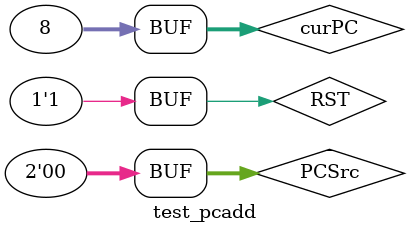
<source format=v>
`timescale 1ns / 1ps


module test_pcadd;

	// Inputs
	reg RST;
	reg [1:0] PCSrc;
	reg [31:0] immediate;
	reg [25:0] addr;
	reg [31:0] curPC;
	reg [31:0] rs;

	// Outputs
	wire [31:0] nextPC;

	// Instantiate the Unit Under Test (UUT)
	pcAdd uut (
		.RST(RST), 
		.PCSrc(PCSrc), 
		.curPC(curPC), 
		.nextPC(nextPC)
	);

	initial begin
		// Initialize Inputs
		RST = 0;
		PCSrc = 0;
		curPC = 0;

		// Wait 100 ns for global reset to finish
		#100;
        RST = 1;
		#100;
		curPC = 4;
		#100;
		curPC = 8;

		// Add stimulus here

	end
      
endmodule


</source>
